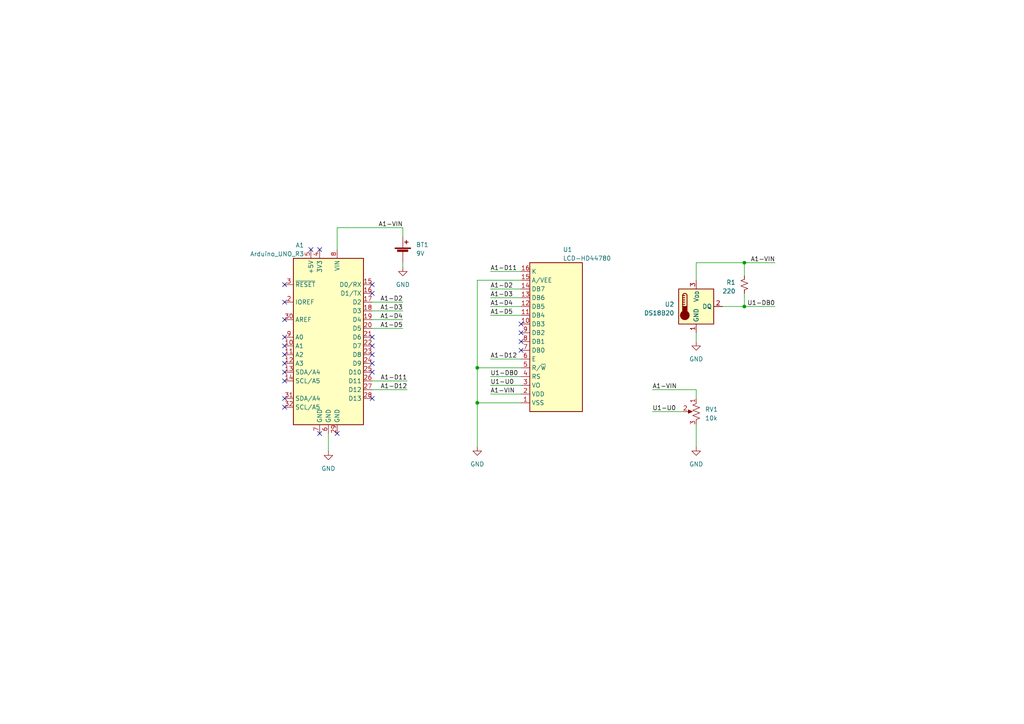
<source format=kicad_sch>
(kicad_sch (version 20230121) (generator eeschema)
  (paper "A4")
  (title_block (title "Liquid Thermometer") (date "2023-05-03") (company "yoonheeparkportfolio.blogspot.com"))
  (lib_symbols
    (symbol "Device:Battery_Cell" (pin_numbers hide) (pin_names (offset 0) hide)
      (property "Reference" "BT" (at 2.54 2.54 0))
      (property "Value" "Battery_Cell" (at 2.54 0 0))
      (symbol "Battery_Cell_0_1"
        (rectangle (start -2.286 1.778) (end 2.286 1.524) (fill (type outline)))
        (rectangle (start -1.5748 1.1938) (end 1.4732 0.6858) (fill (type outline)))
        (polyline (pts (xy 0 0.762) (xy 0 0)))
        (polyline (pts (xy 0 1.778) (xy 0 2.54)))
        (polyline (pts (xy 0.508 3.429) (xy 1.524 3.429)) (stroke (width 0.254)))
        (polyline (pts (xy 1.016 3.937) (xy 1.016 2.921)) (stroke (width 0.254)))
      )
      (symbol "Battery_Cell_1_1"
        (pin passive line (at 0 5.08 270) (length 2.54) (name "+") (number "1"))
        (pin passive line (at 0 -2.54 90) (length 2.54) (name "-") (number "2"))
      )
    )
    (symbol "Device:R_Potentiometer_US" (pin_names (offset 1.016) hide)
      (property "Reference" "RV" (at -4.445 0 90))
      (property "Value" "R_Potentiometer_US" (at -2.54 0 90))
      (symbol "R_Potentiometer_US_0_1"
        (polyline (pts (xy 0 -2.286) (xy 0 -2.54)))
        (polyline (pts (xy 0 2.54) (xy 0 2.286)))
        (polyline (pts (xy 2.54 0) (xy 1.524 0)))
        (polyline (pts (xy 1.143 0) (xy 2.286 0.508) (xy 2.286 -0.508) (xy 1.143 0)) (fill (type outline)))
        (polyline (pts (xy 0 -0.762) (xy 1.016 -1.143) (xy 0 -1.524) (xy -1.016 -1.905) (xy 0 -2.286)))
        (polyline (pts (xy 0 0.762) (xy 1.016 0.381) (xy 0 0) (xy -1.016 -0.381) (xy 0 -0.762)))
        (polyline (pts (xy 0 2.286) (xy 1.016 1.905) (xy 0 1.524) (xy -1.016 1.143) (xy 0 0.762)))
      )
      (symbol "R_Potentiometer_US_1_1"
        (pin passive line (at 0 3.81 270) (length 1.27) (name "1") (number "1"))
        (pin passive line (at 3.81 0 180) (length 1.27) (name "2") (number "2"))
        (pin passive line (at 0 -3.81 90) (length 1.27) (name "3") (number "3"))
      )
    )
    (symbol "Device:R_Small_US" (pin_numbers hide) (pin_names (offset 0.254) hide)
      (property "Reference" "R" (at 0.762 0.508 0))
      (property "Value" "R_Small_US" (at 0.762 -1.016 0))
      (symbol "R_Small_US_1_1"
        (polyline (pts (xy 0 0) (xy 1.016 -0.381) (xy 0 -0.762) (xy -1.016 -1.143) (xy 0 -1.524)))
        (polyline (pts (xy 0 1.524) (xy 1.016 1.143) (xy 0 0.762) (xy -1.016 0.381) (xy 0 0)))
        (pin passive line (at 0 2.54 270) (length 1.016) (name "~") (number "1"))
        (pin passive line (at 0 -2.54 90) (length 1.016) (name "~") (number "2"))
      )
    )
    (symbol "Display_Character:LCD-016N002L"
      (property "Reference" "U1" (at 1.9559 21.59 0))
      (property "Value" "LCD-HD44780" (at 1.9559 19.05 0))
      (symbol "LCD-016N002L_1_1"
        (rectangle (start -7.62 17.78) (end 7.62 -25.4) (stroke (width 0.254)) (fill (type background)))
        (pin power_in line (at -10.16 -22.86 0) (length 2.54) (name "VSS") (number "1"))
        (pin bidirectional line (at -10.16 0 0) (length 2.54) (name "DB3") (number "10"))
        (pin bidirectional line (at -10.16 2.54 0) (length 2.54) (name "DB4") (number "11"))
        (pin bidirectional line (at -10.16 5.08 0) (length 2.54) (name "DB5") (number "12"))
        (pin bidirectional line (at -10.16 7.62 0) (length 2.54) (name "DB6") (number "13"))
        (pin bidirectional line (at -10.16 10.16 0) (length 2.54) (name "DB7") (number "14"))
        (pin power_in line (at -10.16 12.7 0) (length 2.54) (name "A/VEE") (number "15"))
        (pin power_in line (at -10.16 15.24 0) (length 2.54) (name "K") (number "16"))
        (pin power_in line (at -10.16 -20.32 0) (length 2.54) (name "VDD") (number "2"))
        (pin input line (at -10.16 -17.78 0) (length 2.54) (name "VO") (number "3"))
        (pin input line (at -10.16 -15.24 0) (length 2.54) (name "RS") (number "4"))
        (pin input line (at -10.16 -12.7 0) (length 2.54) (name "R/~{W}") (number "5"))
        (pin input line (at -10.16 -10.16 0) (length 2.54) (name "E") (number "6"))
        (pin bidirectional line (at -10.16 -7.62 0) (length 2.54) (name "DB0") (number "7"))
        (pin bidirectional line (at -10.16 -5.08 0) (length 2.54) (name "DB1") (number "8"))
        (pin bidirectional line (at -10.16 -2.54 0) (length 2.54) (name "DB2") (number "9"))
      )
    )
    (symbol "MCU_Module:Arduino_UNO_R3"
      (property "Reference" "A" (at -10.16 23.495 0))
      (property "Value" "Arduino_UNO_R3" (at 5.08 -26.67 0))
      (symbol "Arduino_UNO_R3_0_1"
        (rectangle (start -10.16 22.86) (end 10.16 -25.4) (stroke (width 0.254)) (fill (type background)))
      )
      (symbol "Arduino_UNO_R3_1_1"
        (pin no_connect line (at -10.16 -20.32 0) (length 2.54) hide (name "NC") (number "1"))
        (pin bidirectional line (at 12.7 -2.54 180) (length 2.54) (name "A1") (number "10"))
        (pin bidirectional line (at 12.7 -5.08 180) (length 2.54) (name "A2") (number "11"))
        (pin bidirectional line (at 12.7 -7.62 180) (length 2.54) (name "A3") (number "12"))
        (pin bidirectional line (at 12.7 -10.16 180) (length 2.54) (name "SDA/A4") (number "13"))
        (pin bidirectional line (at 12.7 -12.7 180) (length 2.54) (name "SCL/A5") (number "14"))
        (pin bidirectional line (at -12.7 15.24 0) (length 2.54) (name "D0/RX") (number "15"))
        (pin bidirectional line (at -12.7 12.7 0) (length 2.54) (name "D1/TX") (number "16"))
        (pin bidirectional line (at -12.7 10.16 0) (length 2.54) (name "D2") (number "17"))
        (pin bidirectional line (at -12.7 7.62 0) (length 2.54) (name "D3") (number "18"))
        (pin bidirectional line (at -12.7 5.08 0) (length 2.54) (name "D4") (number "19"))
        (pin output line (at 12.7 10.16 180) (length 2.54) (name "IOREF") (number "2"))
        (pin bidirectional line (at -12.7 2.54 0) (length 2.54) (name "D5") (number "20"))
        (pin bidirectional line (at -12.7 0 0) (length 2.54) (name "D6") (number "21"))
        (pin bidirectional line (at -12.7 -2.54 0) (length 2.54) (name "D7") (number "22"))
        (pin bidirectional line (at -12.7 -5.08 0) (length 2.54) (name "D8") (number "23"))
        (pin bidirectional line (at -12.7 -7.62 0) (length 2.54) (name "D9") (number "24"))
        (pin bidirectional line (at -12.7 -10.16 0) (length 2.54) (name "D10") (number "25"))
        (pin bidirectional line (at -12.7 -12.7 0) (length 2.54) (name "D11") (number "26"))
        (pin bidirectional line (at -12.7 -15.24 0) (length 2.54) (name "D12") (number "27"))
        (pin bidirectional line (at -12.7 -17.78 0) (length 2.54) (name "D13") (number "28"))
        (pin power_in line (at -2.54 -27.94 90) (length 2.54) (name "GND") (number "29"))
        (pin input line (at 12.7 15.24 180) (length 2.54) (name "~{RESET}") (number "3"))
        (pin input line (at 12.7 5.08 180) (length 2.54) (name "AREF") (number "30"))
        (pin bidirectional line (at 12.7 -17.78 180) (length 2.54) (name "SDA/A4") (number "31"))
        (pin bidirectional line (at 12.7 -20.32 180) (length 2.54) (name "SCL/A5") (number "32"))
        (pin power_out line (at 2.54 25.4 270) (length 2.54) (name "3V3") (number "4"))
        (pin power_out line (at 5.08 25.4 270) (length 2.54) (name "+5V") (number "5"))
        (pin power_in line (at 0 -27.94 90) (length 2.54) (name "GND") (number "6"))
        (pin power_in line (at 2.54 -27.94 90) (length 2.54) (name "GND") (number "7"))
        (pin power_in line (at -2.54 25.4 270) (length 2.54) (name "VIN") (number "8"))
        (pin bidirectional line (at 12.7 0 180) (length 2.54) (name "A0") (number "9"))
      )
    )
    (symbol "Sensor_Temperature:DS18B20"
      (property "Reference" "U" (at -3.81 6.35 0))
      (property "Value" "DS18B20" (at 6.35 6.35 0))
      (symbol "DS18B20_0_1"
        (rectangle (start -5.08 5.08) (end 5.08 -5.08) (stroke (width 0.254)) (fill (type background)))
        (circle (center -3.302 -2.54) (radius 1.27) (stroke (width 0.254)) (fill (type outline)))
        (rectangle (start -2.667 -1.905) (end -3.937 0) (stroke (width 0.254)) (fill (type outline)))
        (arc (start -2.667 3.175) (mid -3.302 3.8073) (end -3.937 3.175) (stroke (width 0.254)))
        (polyline (pts (xy -3.937 0.635) (xy -3.302 0.635)) (stroke (width 0.254)))
        (polyline (pts (xy -3.937 1.27) (xy -3.302 1.27)) (stroke (width 0.254)))
        (polyline (pts (xy -3.937 1.905) (xy -3.302 1.905)) (stroke (width 0.254)))
        (polyline (pts (xy -3.937 2.54) (xy -3.302 2.54)) (stroke (width 0.254)))
        (polyline (pts (xy -3.937 3.175) (xy -3.937 0)) (stroke (width 0.254)))
        (polyline (pts (xy -3.937 3.175) (xy -3.302 3.175)) (stroke (width 0.254)))
        (polyline (pts (xy -2.667 3.175) (xy -2.667 0)) (stroke (width 0.254)))
      )
      (symbol "DS18B20_1_1"
        (pin power_in line (at 0 -7.62 90) (length 2.54) (name "GND") (number "1"))
        (pin bidirectional line (at 7.62 0 180) (length 2.54) (name "DQ") (number "2"))
        (pin power_in line (at 0 7.62 270) (length 2.54) (name "V_{DD}") (number "3"))
      )
    )
    (symbol "power:GND" (power) (pin_names (offset 0))
      (property "Value" "GND" (at 0 -3.81 0))
      (symbol "GND_0_1"
        (polyline (pts (xy 0 0) (xy 0 -1.27) (xy 1.27 -1.27) (xy 0 -2.54) (xy -1.27 -1.27) (xy 0 -1.27)))
      )
      (symbol "GND_1_1"
        (pin power_in line (at 0 0 270) (length 0) hide (name "GND") (number "1"))
      )
    )
  )
  (junction (at 138.43 106.68))
  (junction (at 215.9 76.2))
  (junction (at 215.9 88.9))
  (junction (at 138.43 116.84))
  (no_connect (at 82.55 97.79))
  (no_connect (at 151.13 93.98))
  (no_connect (at 151.13 96.52))
  (no_connect (at 151.13 101.6))
  (no_connect (at 107.95 85.09))
  (no_connect (at 82.55 105.41))
  (no_connect (at 151.13 99.06))
  (no_connect (at 82.55 100.33))
  (no_connect (at 97.79 125.73))
  (no_connect (at 107.95 115.57))
  (no_connect (at 82.55 82.55))
  (no_connect (at 82.55 87.63))
  (no_connect (at 82.55 107.95))
  (no_connect (at 82.55 115.57))
  (no_connect (at 107.95 102.87))
  (no_connect (at 107.95 82.55))
  (no_connect (at 92.71 125.73))
  (no_connect (at 90.17 72.39))
  (no_connect (at 107.95 105.41))
  (no_connect (at 107.95 107.95))
  (no_connect (at 107.95 97.79))
  (no_connect (at 82.55 92.71))
  (no_connect (at 82.55 102.87))
  (no_connect (at 82.55 110.49))
  (no_connect (at 107.95 100.33))
  (no_connect (at 82.55 118.11))
  (no_connect (at 92.71 72.39))
  (wire (pts (xy 116.84 76.2) (xy 116.84 77.47)))
  (wire (pts (xy 142.24 109.22) (xy 151.13 109.22)))
  (wire (pts (xy 116.84 66.04) (xy 97.79 66.04)))
  (wire (pts (xy 224.79 88.9) (xy 215.9 88.9)))
  (wire (pts (xy 142.24 86.36) (xy 151.13 86.36)))
  (wire (pts (xy 107.95 92.71) (xy 116.84 92.71)))
  (wire (pts (xy 138.43 106.68) (xy 138.43 116.84)))
  (wire (pts (xy 142.24 104.14) (xy 151.13 104.14)))
  (wire (pts (xy 215.9 76.2) (xy 201.93 76.2)))
  (wire (pts (xy 138.43 106.68) (xy 138.43 81.28)))
  (wire (pts (xy 116.84 66.04) (xy 116.84 68.58)))
  (wire (pts (xy 201.93 113.03) (xy 201.93 115.57)))
  (wire (pts (xy 142.24 91.44) (xy 151.13 91.44)))
  (wire (pts (xy 189.23 113.03) (xy 201.93 113.03)))
  (wire (pts (xy 138.43 129.54) (xy 138.43 116.84)))
  (wire (pts (xy 142.24 88.9) (xy 151.13 88.9)))
  (wire (pts (xy 201.93 123.19) (xy 201.93 129.54)))
  (wire (pts (xy 151.13 106.68) (xy 138.43 106.68)))
  (wire (pts (xy 142.24 83.82) (xy 151.13 83.82)))
  (wire (pts (xy 215.9 76.2) (xy 215.9 80.01)))
  (wire (pts (xy 142.24 78.74) (xy 151.13 78.74)))
  (wire (pts (xy 209.55 88.9) (xy 215.9 88.9)))
  (wire (pts (xy 138.43 116.84) (xy 151.13 116.84)))
  (wire (pts (xy 107.95 95.25) (xy 116.84 95.25)))
  (wire (pts (xy 107.95 113.03) (xy 118.11 113.03)))
  (wire (pts (xy 201.93 76.2) (xy 201.93 81.28)))
  (wire (pts (xy 97.79 66.04) (xy 97.79 72.39)))
  (wire (pts (xy 189.23 119.38) (xy 198.12 119.38)))
  (wire (pts (xy 142.24 114.3) (xy 151.13 114.3)))
  (wire (pts (xy 107.95 110.49) (xy 118.11 110.49)))
  (wire (pts (xy 215.9 85.09) (xy 215.9 88.9)))
  (wire (pts (xy 142.24 111.76) (xy 151.13 111.76)))
  (wire (pts (xy 201.93 96.52) (xy 201.93 99.06)))
  (wire (pts (xy 215.9 76.2) (xy 224.79 76.2)))
  (wire (pts (xy 107.95 90.17) (xy 116.84 90.17)))
  (wire (pts (xy 95.25 125.73) (xy 95.25 130.81)))
  (wire (pts (xy 138.43 81.28) (xy 151.13 81.28)))
  (wire (pts (xy 107.95 87.63) (xy 116.84 87.63)))
  (label "A1-VIN" (at 142.24 114.3 0))
  (label "A1-D2" (at 116.84 87.63 180))
  (label "U1-U0" (at 142.24 111.76 0))
  (label "A1-D2" (at 142.24 83.82 0))
  (label "U1-DB0" (at 224.79 88.9 180))
  (label "A1-D4" (at 116.84 92.71 180))
  (label "A1-D12" (at 118.11 113.03 180))
  (label "U1-DB0" (at 142.24 109.22 0))
  (label "A1-VIN" (at 116.84 66.04 180))
  (label "A1-VIN" (at 224.79 76.2 180))
  (label "A1-D4" (at 142.24 88.9 0))
  (label "A1-D11" (at 142.24 78.74 0))
  (label "A1-VIN" (at 189.23 113.03 0))
  (label "A1-D3" (at 142.24 86.36 0))
  (label "A1-D5" (at 142.24 91.44 0))
  (label "A1-D11" (at 118.11 110.49 180))
  (label "A1-D3" (at 116.84 90.17 180))
  (label "A1-D12" (at 142.24 104.14 0))
  (label "U1-U0" (at 189.23 119.38 0))
  (label "A1-D5" (at 116.84 95.25 180))
  (symbol (lib_id "power:GND") (at 201.93 99.06 0) (mirror y) (unit 1)
    (property "Reference" "#PWR04" (effects hide))
    (property "Value" "GND" (at 201.93 104.14 0))
  )
  (symbol (lib_id "Sensor_Temperature:DS18B20") (at 201.93 88.9 0) (unit 1)
    (property "Reference" "U2" (at 195.58 88.265 0) (effects (justify right)))
    (property "Value" "DS18B20" (at 195.58 90.805 0) (effects (justify right)))
    (property "Footprint" "Package_TO_SOT_THT:TO-92_Inline" (effects hide))
    (property "Datasheet" "http://datasheets.maximintegrated.com/en/ds/DS18B20.pdf" (effects hide))
  )
  (symbol (lib_id "power:GND") (at 138.43 129.54 0) (unit 1)
    (property "Reference" "#PWR06" (effects hide))
    (property "Value" "GND" (at 138.43 134.62 0))
  )
  (symbol (lib_id "Device:Battery_Cell") (at 116.84 73.66 0) (unit 1)
    (property "Reference" "BT1" (at 120.65 70.993 0) (effects (justify left)))
    (property "Value" "9V" (at 120.65 73.533 0) (effects (justify left)))
  )
  (symbol (lib_id "Device:R_Small_US") (at 215.9 82.55 0) (mirror y) (unit 1)
    (property "Reference" "R1" (at 213.36 81.915 0) (effects (justify left)))
    (property "Value" "220" (at 213.36 84.455 0) (effects (justify left)))
  )
  (symbol (lib_id "power:GND") (at 116.84 77.47 0) (unit 1)
    (property "Reference" "#PWR01" (effects hide))
    (property "Value" "GND" (at 116.84 82.55 0))
  )
  (symbol (lib_id "Display_Character:LCD-016N002L") (at 161.29 93.98 0) (unit 1)
    (property "Reference" "U1" (at 163.2459 72.39 0) (effects (justify left)))
    (property "Value" "LCD-HD44780" (at 163.2459 74.93 0) (effects (justify left)))
    (property "Footprint" "Display:LCD-HD44780" (effects hide))
    (property "Datasheet" "https://www.sparkfun.com/datasheets/LCD/HD44780.pdf" (effects hide))
  )
  (symbol (lib_id "power:GND") (at 95.25 130.81 0) (unit 1)
    (property "Reference" "#PWR02" (effects hide))
    (property "Value" "GND" (at 95.25 135.89 0))
  )
  (symbol (lib_id "power:GND") (at 201.93 129.54 0) (unit 1)
    (property "Reference" "#PWR05" (effects hide))
    (property "Value" "GND" (at 201.93 134.62 0))
  )
  (symbol (lib_id "MCU_Module:Arduino_UNO_R3") (at 95.25 97.79 0) (mirror y) (unit 1)
    (property "Reference" "A1" (at 88.2141 71.12 0) (effects (justify left)))
    (property "Value" "Arduino_UNO_R3" (at 88.2141 73.66 0) (effects (justify left)))
    (property "Footprint" "Module:Arduino_UNO_R3" (effects hide))
    (property "Datasheet" "https://www.arduino.cc/en/Main/arduinoBoardUno" (effects hide))
  )
  (symbol (lib_id "Device:R_Potentiometer_US") (at 201.93 119.38 0) (mirror y) (unit 1)
    (property "Reference" "RV1" (at 204.47 118.745 0) (effects (justify right)))
    (property "Value" "10k" (at 204.47 121.285 0) (effects (justify right)))
  )
)
</source>
